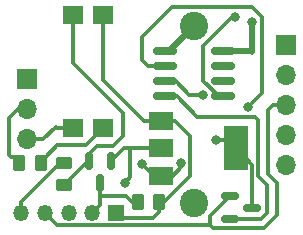
<source format=gbl>
G04 #@! TF.GenerationSoftware,KiCad,Pcbnew,(6.0.11)*
G04 #@! TF.CreationDate,2023-03-09T13:47:02+01:00*
G04 #@! TF.ProjectId,PCB_Dongle_Linky,5043425f-446f-46e6-976c-655f4c696e6b,rev?*
G04 #@! TF.SameCoordinates,Original*
G04 #@! TF.FileFunction,Copper,L2,Bot*
G04 #@! TF.FilePolarity,Positive*
%FSLAX46Y46*%
G04 Gerber Fmt 4.6, Leading zero omitted, Abs format (unit mm)*
G04 Created by KiCad (PCBNEW (6.0.11)) date 2023-03-09 13:47:02*
%MOMM*%
%LPD*%
G01*
G04 APERTURE LIST*
G04 Aperture macros list*
%AMRoundRect*
0 Rectangle with rounded corners*
0 $1 Rounding radius*
0 $2 $3 $4 $5 $6 $7 $8 $9 X,Y pos of 4 corners*
0 Add a 4 corners polygon primitive as box body*
4,1,4,$2,$3,$4,$5,$6,$7,$8,$9,$2,$3,0*
0 Add four circle primitives for the rounded corners*
1,1,$1+$1,$2,$3*
1,1,$1+$1,$4,$5*
1,1,$1+$1,$6,$7*
1,1,$1+$1,$8,$9*
0 Add four rect primitives between the rounded corners*
20,1,$1+$1,$2,$3,$4,$5,0*
20,1,$1+$1,$4,$5,$6,$7,0*
20,1,$1+$1,$6,$7,$8,$9,0*
20,1,$1+$1,$8,$9,$2,$3,0*%
G04 Aperture macros list end*
G04 #@! TA.AperFunction,ComponentPad*
%ADD10R,1.700000X1.700000*%
G04 #@! TD*
G04 #@! TA.AperFunction,ComponentPad*
%ADD11O,1.700000X1.700000*%
G04 #@! TD*
G04 #@! TA.AperFunction,ComponentPad*
%ADD12R,1.350000X1.350000*%
G04 #@! TD*
G04 #@! TA.AperFunction,ComponentPad*
%ADD13O,1.350000X1.350000*%
G04 #@! TD*
G04 #@! TA.AperFunction,ComponentPad*
%ADD14C,2.400000*%
G04 #@! TD*
G04 #@! TA.AperFunction,SMDPad,CuDef*
%ADD15R,1.780000X1.500000*%
G04 #@! TD*
G04 #@! TA.AperFunction,SMDPad,CuDef*
%ADD16RoundRect,0.150000X-0.587500X-0.150000X0.587500X-0.150000X0.587500X0.150000X-0.587500X0.150000X0*%
G04 #@! TD*
G04 #@! TA.AperFunction,SMDPad,CuDef*
%ADD17RoundRect,0.250000X-0.262500X-0.450000X0.262500X-0.450000X0.262500X0.450000X-0.262500X0.450000X0*%
G04 #@! TD*
G04 #@! TA.AperFunction,SMDPad,CuDef*
%ADD18R,2.000000X1.500000*%
G04 #@! TD*
G04 #@! TA.AperFunction,SMDPad,CuDef*
%ADD19R,2.000000X3.800000*%
G04 #@! TD*
G04 #@! TA.AperFunction,SMDPad,CuDef*
%ADD20RoundRect,0.150000X-0.150000X0.587500X-0.150000X-0.587500X0.150000X-0.587500X0.150000X0.587500X0*%
G04 #@! TD*
G04 #@! TA.AperFunction,SMDPad,CuDef*
%ADD21RoundRect,0.250000X-0.450000X0.262500X-0.450000X-0.262500X0.450000X-0.262500X0.450000X0.262500X0*%
G04 #@! TD*
G04 #@! TA.AperFunction,SMDPad,CuDef*
%ADD22RoundRect,0.150000X0.825000X0.150000X-0.825000X0.150000X-0.825000X-0.150000X0.825000X-0.150000X0*%
G04 #@! TD*
G04 #@! TA.AperFunction,ViaPad*
%ADD23C,0.800000*%
G04 #@! TD*
G04 #@! TA.AperFunction,Conductor*
%ADD24C,0.500000*%
G04 #@! TD*
G04 #@! TA.AperFunction,Conductor*
%ADD25C,0.300000*%
G04 #@! TD*
G04 APERTURE END LIST*
D10*
G04 #@! TO.P,J0,1,Pin_1*
G04 #@! TO.N,A*
X21800000Y-87800000D03*
D11*
G04 #@! TO.P,J0,2,Pin_2*
G04 #@! TO.N,I1*
X21800000Y-90340000D03*
G04 #@! TO.P,J0,3,Pin_3*
G04 #@! TO.N,I2*
X21800000Y-92880000D03*
G04 #@! TD*
D12*
G04 #@! TO.P,J1,1,Pin_1*
G04 #@! TO.N,+3.3V*
X29350000Y-99100000D03*
D13*
G04 #@! TO.P,J1,2,Pin_2*
G04 #@! TO.N,Net-(J1-Pad2)*
X27350000Y-99100000D03*
G04 #@! TO.P,J1,3,Pin_3*
G04 #@! TO.N,Net-(J1-Pad3)*
X25350000Y-99100000D03*
G04 #@! TO.P,J1,4,Pin_4*
G04 #@! TO.N,GND*
X23350000Y-99100000D03*
G04 #@! TO.P,J1,5,Pin_5*
G04 #@! TO.N,GND1*
X21350000Y-99100000D03*
G04 #@! TD*
D10*
G04 #@! TO.P,J4,1,Pin_1*
G04 #@! TO.N,Net-(J4-Pad1)*
X43750000Y-84860000D03*
D11*
G04 #@! TO.P,J4,2,Pin_2*
G04 #@! TO.N,VCC*
X43750000Y-87400000D03*
G04 #@! TO.P,J4,3,Pin_3*
G04 #@! TO.N,GND*
X43750000Y-89940000D03*
G04 #@! TO.P,J4,4,Pin_4*
G04 #@! TO.N,Net-(DZ1-Pad1)*
X43750000Y-92480000D03*
G04 #@! TO.P,J4,5,Pin_5*
G04 #@! TO.N,Net-(J4-Pad5)*
X43750000Y-95020000D03*
G04 #@! TD*
D14*
G04 #@! TO.P,C1,1*
G04 #@! TO.N,VCC*
X36000000Y-98300000D03*
G04 #@! TO.P,C1,2*
G04 #@! TO.N,GND*
X36000000Y-83300000D03*
G04 #@! TD*
D15*
G04 #@! TO.P,U1,1*
G04 #@! TO.N,Net-(R1-Pad2)*
X28240000Y-91915000D03*
G04 #@! TO.P,U1,2*
G04 #@! TO.N,I2*
X25700000Y-91915000D03*
G04 #@! TO.P,U1,3*
G04 #@! TO.N,Net-(Q1-Pad1)*
X25700000Y-82385000D03*
G04 #@! TO.P,U1,4*
G04 #@! TO.N,+3.3V*
X28240000Y-82385000D03*
G04 #@! TD*
D16*
G04 #@! TO.P,Q2,1,G*
G04 #@! TO.N,Net-(Q2-Pad1)*
X39000000Y-99600000D03*
G04 #@! TO.P,Q2,2,S*
G04 #@! TO.N,GND*
X39000000Y-97700000D03*
G04 #@! TO.P,Q2,3,D*
G04 #@! TO.N,GND1*
X40875000Y-98650000D03*
G04 #@! TD*
D17*
G04 #@! TO.P,R1,1*
G04 #@! TO.N,I1*
X21187500Y-94850000D03*
G04 #@! TO.P,R1,2*
G04 #@! TO.N,Net-(R1-Pad2)*
X23012500Y-94850000D03*
G04 #@! TD*
D18*
G04 #@! TO.P,U2,1,VI*
G04 #@! TO.N,VCC*
X33200000Y-95950000D03*
G04 #@! TO.P,U2,2,GND*
G04 #@! TO.N,GND1*
X33200000Y-93650000D03*
D19*
X39500000Y-93650000D03*
D18*
G04 #@! TO.P,U2,3,VO*
G04 #@! TO.N,+3.3V*
X33200000Y-91350000D03*
G04 #@! TD*
D20*
G04 #@! TO.P,Q1,1,G*
G04 #@! TO.N,Net-(Q1-Pad1)*
X27050000Y-94700000D03*
G04 #@! TO.P,Q1,2,S*
G04 #@! TO.N,GND1*
X28950000Y-94700000D03*
G04 #@! TO.P,Q1,3,D*
G04 #@! TO.N,Net-(J1-Pad2)*
X28000000Y-96575000D03*
G04 #@! TD*
D21*
G04 #@! TO.P,R2,1*
G04 #@! TO.N,GND1*
X24950000Y-94887500D03*
G04 #@! TO.P,R2,2*
G04 #@! TO.N,Net-(Q1-Pad1)*
X24950000Y-96712500D03*
G04 #@! TD*
D17*
G04 #@! TO.P,R3,1*
G04 #@! TO.N,Net-(J1-Pad2)*
X31187500Y-98200000D03*
G04 #@! TO.P,R3,2*
G04 #@! TO.N,+3.3V*
X33012500Y-98200000D03*
G04 #@! TD*
D22*
G04 #@! TO.P,U3,1,VDD*
G04 #@! TO.N,VCC*
X38450000Y-85430000D03*
G04 #@! TO.P,U3,2,RA5*
G04 #@! TO.N,unconnected-(U3-Pad2)*
X38450000Y-86700000D03*
G04 #@! TO.P,U3,3,RA4*
G04 #@! TO.N,unconnected-(U3-Pad3)*
X38450000Y-87970000D03*
G04 #@! TO.P,U3,4,RA3*
G04 #@! TO.N,Net-(J4-Pad1)*
X38450000Y-89240000D03*
G04 #@! TO.P,U3,5,RA2*
G04 #@! TO.N,Net-(Q2-Pad1)*
X33500000Y-89240000D03*
G04 #@! TO.P,U3,6,RA1*
G04 #@! TO.N,Net-(J4-Pad5)*
X33500000Y-87970000D03*
G04 #@! TO.P,U3,7,RA0*
G04 #@! TO.N,Net-(DZ1-Pad1)*
X33500000Y-86700000D03*
G04 #@! TO.P,U3,8,VSS*
G04 #@! TO.N,GND*
X33500000Y-85430000D03*
G04 #@! TD*
D23*
G04 #@! TO.N,VCC*
X31550000Y-94950000D03*
X40900000Y-82950000D03*
X34850500Y-94850000D03*
G04 #@! TO.N,Net-(DZ1-Pad1)*
X40500000Y-90150000D03*
G04 #@! TO.N,GND1*
X30100000Y-96550000D03*
X37850000Y-92900000D03*
G04 #@! TO.N,Net-(J4-Pad1)*
X39450000Y-82550000D03*
G04 #@! TO.N,Net-(J4-Pad5)*
X36750000Y-89100000D03*
G04 #@! TD*
D24*
G04 #@! TO.N,VCC*
X38450000Y-85430000D02*
X40830000Y-85430000D01*
D25*
X34850500Y-95249500D02*
X34150000Y-95950000D01*
X34150000Y-95950000D02*
X33200000Y-95950000D01*
X31550000Y-94950000D02*
X32550000Y-95950000D01*
D24*
X40900000Y-85400000D02*
X40900000Y-82950000D01*
D25*
X32550000Y-95950000D02*
X33200000Y-95950000D01*
X34850500Y-94850000D02*
X34850500Y-95249500D01*
D24*
X40830000Y-85430000D02*
X40850000Y-85450000D01*
X43250000Y-87400000D02*
X43750000Y-87400000D01*
X40850000Y-85450000D02*
X40900000Y-85400000D01*
D25*
G04 #@! TO.N,GND*
X37325000Y-100125000D02*
X37550000Y-100350000D01*
X42200000Y-95800000D02*
X42200000Y-90400000D01*
X23350000Y-99100000D02*
X24375000Y-100125000D01*
D24*
X33500000Y-85430000D02*
X33870000Y-85430000D01*
D25*
X37325000Y-100125000D02*
X37325000Y-99375000D01*
X37325000Y-99375000D02*
X39000000Y-97700000D01*
X43000000Y-99250000D02*
X43000000Y-96600000D01*
X42660000Y-89940000D02*
X43750000Y-89940000D01*
X41900000Y-100350000D02*
X43000000Y-99250000D01*
X42200000Y-90400000D02*
X42660000Y-89940000D01*
X24375000Y-100125000D02*
X37325000Y-100125000D01*
X43000000Y-96600000D02*
X42200000Y-95800000D01*
X37550000Y-100350000D02*
X41900000Y-100350000D01*
D24*
X33870000Y-85430000D02*
X36000000Y-83300000D01*
D25*
G04 #@! TO.N,I1*
X21060000Y-90340000D02*
X20300000Y-91100000D01*
X20300000Y-94200000D02*
X20450000Y-94350000D01*
X20450000Y-94350000D02*
X21287500Y-94350000D01*
X21800000Y-90340000D02*
X21060000Y-90340000D01*
X20300000Y-91100000D02*
X20300000Y-94200000D01*
G04 #@! TO.N,Net-(DZ1-Pad1)*
X33500000Y-86700000D02*
X32050000Y-86700000D01*
X41700000Y-88950000D02*
X40500000Y-90150000D01*
X34100000Y-81700000D02*
X40850000Y-81700000D01*
X32050000Y-86700000D02*
X31550000Y-86200000D01*
X41700000Y-82550000D02*
X41700000Y-88950000D01*
X31550000Y-86200000D02*
X31550000Y-84250000D01*
X40850000Y-81700000D02*
X41700000Y-82550000D01*
X31550000Y-84250000D02*
X34100000Y-81700000D01*
G04 #@! TO.N,I2*
X24365000Y-91915000D02*
X25700000Y-91915000D01*
X24250000Y-91800000D02*
X24365000Y-91915000D01*
X21800000Y-92880000D02*
X23170000Y-92880000D01*
X23170000Y-92880000D02*
X24250000Y-91800000D01*
G04 #@! TO.N,+3.3V*
X35600000Y-92600000D02*
X34350000Y-91350000D01*
X32500000Y-99500000D02*
X29750000Y-99500000D01*
X29750000Y-99500000D02*
X29350000Y-99100000D01*
X33012500Y-98200000D02*
X33012500Y-98987500D01*
X33012500Y-98987500D02*
X32500000Y-99500000D01*
X28240000Y-82385000D02*
X28240000Y-87840000D01*
X33012500Y-98200000D02*
X33400000Y-98200000D01*
X34350000Y-91350000D02*
X33200000Y-91350000D01*
X31750000Y-91350000D02*
X33200000Y-91350000D01*
X28240000Y-87840000D02*
X31750000Y-91350000D01*
X35600000Y-96000000D02*
X35600000Y-92600000D01*
X33400000Y-98200000D02*
X35600000Y-96000000D01*
G04 #@! TO.N,Net-(J1-Pad2)*
X31187500Y-98200000D02*
X30750000Y-98200000D01*
X28000000Y-96575000D02*
X28000000Y-97650000D01*
X28000000Y-98450000D02*
X27350000Y-99100000D01*
X30750000Y-98200000D02*
X30200000Y-97650000D01*
X28000000Y-97650000D02*
X28000000Y-98450000D01*
X30200000Y-97650000D02*
X28000000Y-97650000D01*
G04 #@! TO.N,GND1*
X38750000Y-92900000D02*
X39500000Y-93650000D01*
X30550000Y-93650000D02*
X33200000Y-93650000D01*
X24950000Y-94887500D02*
X24612500Y-94887500D01*
X30550000Y-96100000D02*
X30550000Y-93650000D01*
X21350000Y-98150000D02*
X21350000Y-99100000D01*
X28950000Y-94700000D02*
X30000000Y-93650000D01*
X39500000Y-93650000D02*
X40875000Y-95025000D01*
X30100000Y-96550000D02*
X30550000Y-96100000D01*
X40875000Y-95025000D02*
X40875000Y-98650000D01*
X30000000Y-93650000D02*
X30550000Y-93650000D01*
X24612500Y-94887500D02*
X21350000Y-98150000D01*
X37850000Y-92900000D02*
X38750000Y-92900000D01*
G04 #@! TO.N,Net-(J4-Pad1)*
X38450000Y-89240000D02*
X38037893Y-89240000D01*
X38037893Y-89240000D02*
X36700000Y-87902107D01*
X36700000Y-87902107D02*
X36700000Y-85000000D01*
X39150000Y-82550000D02*
X39450000Y-82550000D01*
X36700000Y-85000000D02*
X39150000Y-82550000D01*
G04 #@! TO.N,Net-(J4-Pad5)*
X36750000Y-89100000D02*
X35550000Y-89100000D01*
X35550000Y-89100000D02*
X34420000Y-87970000D01*
X34420000Y-87970000D02*
X33500000Y-87970000D01*
G04 #@! TO.N,Net-(Q1-Pad1)*
X29950000Y-92600000D02*
X29100000Y-93450000D01*
X27050000Y-94700000D02*
X26962500Y-94700000D01*
X25700000Y-82385000D02*
X25700000Y-86400000D01*
X29100000Y-93450000D02*
X27750000Y-93450000D01*
X27050000Y-94150000D02*
X27050000Y-94700000D01*
X26962500Y-94700000D02*
X24950000Y-96712500D01*
X27750000Y-93450000D02*
X27050000Y-94150000D01*
X25700000Y-86400000D02*
X29950000Y-90650000D01*
X29950000Y-90650000D02*
X29950000Y-92600000D01*
G04 #@! TO.N,Net-(Q2-Pad1)*
X42150000Y-96750000D02*
X41400000Y-96000000D01*
X41400000Y-91200000D02*
X41150000Y-90950000D01*
X39000000Y-99600000D02*
X41650000Y-99600000D01*
X41650000Y-99600000D02*
X42150000Y-99100000D01*
X42150000Y-99100000D02*
X42150000Y-96750000D01*
X41150000Y-90950000D02*
X36250000Y-90950000D01*
X41400000Y-96000000D02*
X41400000Y-91200000D01*
X34540000Y-89240000D02*
X33500000Y-89240000D01*
X36250000Y-90950000D02*
X34540000Y-89240000D01*
G04 #@! TO.N,Net-(R1-Pad2)*
X23400000Y-94350000D02*
X24400000Y-93350000D01*
X23112500Y-94350000D02*
X23400000Y-94350000D01*
X24400000Y-93350000D02*
X26805000Y-93350000D01*
X26805000Y-93350000D02*
X28240000Y-91915000D01*
G04 #@! TD*
M02*

</source>
